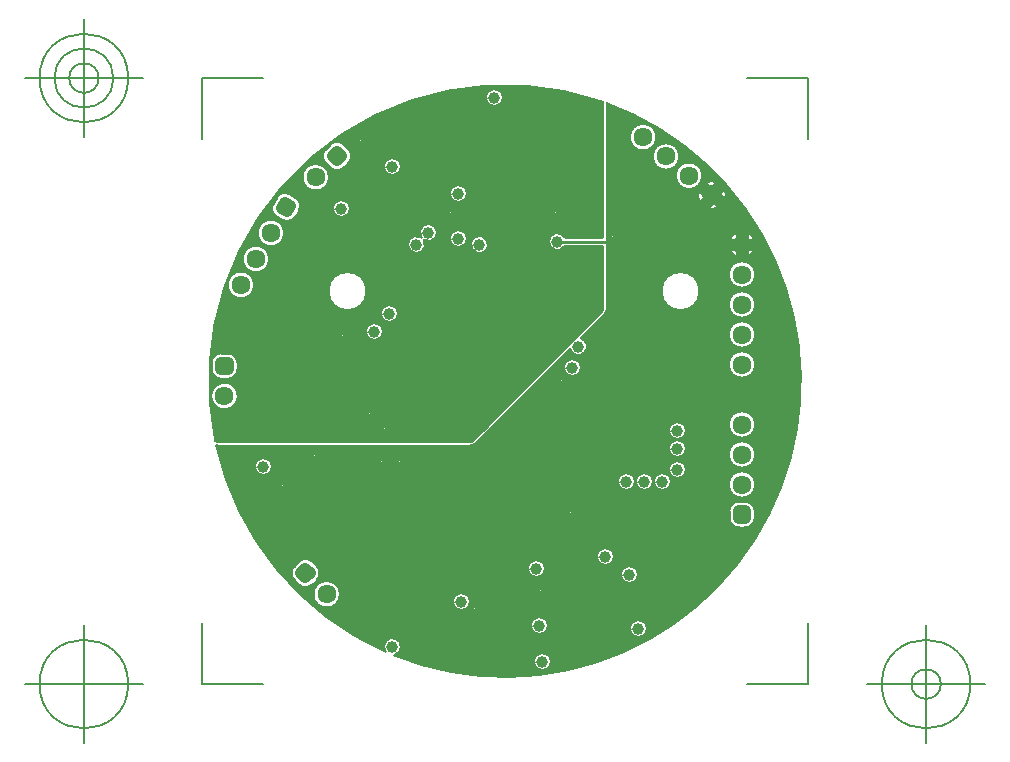
<source format=gbr>
G04 Generated by Ultiboard 13.0 *
%FSLAX25Y25*%
%MOIN*%

%ADD10C,0.00001*%
%ADD11C,0.01000*%
%ADD12C,0.00500*%
%ADD13C,0.03937*%
%ADD14C,0.06334*%
%ADD15R,0.02083X0.02083*%
%ADD16C,0.03917*%
%ADD17P,0.02945X4X15*%
%ADD18P,0.02945X4*%
%ADD19P,0.02945X4X5*%


G04 ColorRGB 0000FF for the following layer *
%LNCopper Bottom*%
%LPD*%
G54D10*
G36*
X97765Y71132D02*
G75*
D01*
G03X168507Y254918I36721J91373*
G01*
X168507Y254918D01*
X168507Y186207D01*
G75*
D01*
G02X168064Y185139I-1507J-1*
G01*
X168064Y185139D01*
X159787Y176862D01*
G75*
D01*
G02X156138Y173213I-787J-2862*
G01*
X156138Y173213D01*
X138389Y155464D01*
X127464Y144540D01*
X124361Y141436D01*
G74*
D01*
G02X123988Y141163I1066J1065*
G01*
G75*
D01*
G02X123289Y140993I-695J1336*
G01*
X123289Y140993D01*
X38401Y140993D01*
G74*
D01*
G03X94407Y72555I96099J21507*
G01*
G75*
D01*
G02X97765Y71132I2593J1445*
G01*
D02*
G37*
%LPC*%
G36*
X128776Y86053D02*
X128776Y86053D01*
X127053Y86053D01*
X127053Y87776D01*
G74*
D01*
G02X128776Y86053I1053J2776*
G01*
D02*
G37*
G36*
X128776Y83947D02*
G74*
D01*
G02X127053Y82224I2776J1053*
G01*
X127053Y82224D01*
X127053Y83947D01*
X128776Y83947D01*
D02*
G37*
G36*
X209702Y155464D02*
G75*
D01*
G02X209702Y155464I3798J2536*
G01*
D02*
G37*
G36*
X193655Y155464D02*
G75*
D01*
G02X193655Y155464I-1655J-2464*
G01*
D02*
G37*
G36*
X98224Y135053D02*
G74*
D01*
G02X99947Y136776I2776J1053*
G01*
X99947Y136776D01*
X99947Y135053D01*
X98224Y135053D01*
D02*
G37*
G36*
X96053Y136776D02*
G74*
D01*
G02X97776Y135053I1053J2776*
G01*
X97776Y135053D01*
X96053Y135053D01*
X96053Y136776D01*
D02*
G37*
G36*
X102053Y136776D02*
G74*
D01*
G02X103776Y135053I1053J2776*
G01*
X103776Y135053D01*
X102053Y135053D01*
X102053Y136776D01*
D02*
G37*
G36*
X92224Y135053D02*
G74*
D01*
G02X93947Y136776I2776J1053*
G01*
X93947Y136776D01*
X93947Y135053D01*
X92224Y135053D01*
D02*
G37*
G36*
X71319Y136000D02*
G75*
D01*
G02X71319Y136000I1181J0*
G01*
D02*
G37*
G36*
X73553Y138776D02*
G74*
D01*
G02X75276Y137053I1053J2776*
G01*
X75276Y137053D01*
X73553Y137053D01*
X73553Y138776D01*
D02*
G37*
G36*
X69724Y137053D02*
G74*
D01*
G02X71447Y138776I2776J1053*
G01*
X71447Y138776D01*
X71447Y137053D01*
X69724Y137053D01*
D02*
G37*
G36*
X99947Y131224D02*
G74*
D01*
G02X98224Y132947I1053J2776*
G01*
X98224Y132947D01*
X99947Y132947D01*
X99947Y131224D01*
D02*
G37*
G36*
X97776Y132947D02*
G74*
D01*
G02X96053Y131224I2776J1053*
G01*
X96053Y131224D01*
X96053Y132947D01*
X97776Y132947D01*
D02*
G37*
G36*
X99819Y134000D02*
G75*
D01*
G02X99819Y134000I1181J0*
G01*
D02*
G37*
G36*
X103776Y132947D02*
G74*
D01*
G02X102053Y131224I2776J1053*
G01*
X102053Y131224D01*
X102053Y132947D01*
X103776Y132947D01*
D02*
G37*
G36*
X93947Y131224D02*
G74*
D01*
G02X92224Y132947I1053J2776*
G01*
X92224Y132947D01*
X93947Y132947D01*
X93947Y131224D01*
D02*
G37*
G36*
X93819Y134000D02*
G75*
D01*
G02X93819Y134000I1181J0*
G01*
D02*
G37*
G36*
X75276Y134947D02*
G74*
D01*
G02X73553Y133224I2776J1053*
G01*
X73553Y133224D01*
X73553Y134947D01*
X75276Y134947D01*
D02*
G37*
G36*
X63053Y128776D02*
G74*
D01*
G02X64776Y127053I1053J2776*
G01*
X64776Y127053D01*
X63053Y127053D01*
X63053Y128776D01*
D02*
G37*
G36*
X71447Y133224D02*
G74*
D01*
G02X69724Y134947I1053J2776*
G01*
X69724Y134947D01*
X71447Y134947D01*
X71447Y133224D01*
D02*
G37*
G36*
X59224Y127053D02*
G74*
D01*
G02X60947Y128776I2776J1053*
G01*
X60947Y128776D01*
X60947Y127053D01*
X59224Y127053D01*
D02*
G37*
G36*
X51031Y134000D02*
G75*
D01*
G02X51031Y134000I2969J0*
G01*
D02*
G37*
G36*
X64776Y124947D02*
G74*
D01*
G02X63053Y123224I2776J1053*
G01*
X63053Y123224D01*
X63053Y124947D01*
X64776Y124947D01*
D02*
G37*
G36*
X60947Y123224D02*
G74*
D01*
G02X59224Y124947I1053J2776*
G01*
X59224Y124947D01*
X60947Y124947D01*
X60947Y123224D01*
D02*
G37*
G36*
X60819Y126000D02*
G75*
D01*
G02X60819Y126000I1181J0*
G01*
D02*
G37*
G36*
X65614Y102359D02*
G75*
D01*
G02X70386Y102359I2386J-2386*
G01*
X70386Y102359D01*
X71859Y100886D01*
G75*
D01*
G02X71859Y96114I-2386J-2386*
G01*
X71859Y96114D01*
X70386Y94641D01*
G75*
D01*
G02X65614Y94641I-2386J2386*
G01*
X65614Y94641D01*
X64141Y96114D01*
G75*
D01*
G02X64141Y100886I2386J2386*
G01*
X64141Y100886D01*
X65614Y102359D01*
D02*
G37*
G36*
X70504Y91429D02*
G75*
D01*
G02X70504Y91429I4567J0*
G01*
D02*
G37*
G36*
X124947Y82224D02*
G74*
D01*
G02X123224Y83947I1053J2776*
G01*
X123224Y83947D01*
X124947Y83947D01*
X124947Y82224D01*
D02*
G37*
G36*
X124819Y85000D02*
G75*
D01*
G02X124819Y85000I1181J0*
G01*
D02*
G37*
G36*
X123224Y86053D02*
G74*
D01*
G02X124947Y87776I2776J1053*
G01*
X124947Y87776D01*
X124947Y86053D01*
X123224Y86053D01*
D02*
G37*
G36*
X117031Y89000D02*
G75*
D01*
G02X117031Y89000I2969J0*
G01*
D02*
G37*
G36*
X154031Y167000D02*
G75*
D01*
G02X154031Y167000I2969J0*
G01*
D02*
G37*
G36*
X156053Y163776D02*
G74*
D01*
G02X157776Y162053I1053J2776*
G01*
X157776Y162053D01*
X156053Y162053D01*
X156053Y163776D01*
D02*
G37*
G36*
X157776Y159947D02*
G74*
D01*
G02X156053Y158224I2776J1053*
G01*
X156053Y158224D01*
X156053Y159947D01*
X157776Y159947D01*
D02*
G37*
G36*
X152224Y162053D02*
G74*
D01*
G02X153947Y163776I2776J1053*
G01*
X153947Y163776D01*
X153947Y162053D01*
X152224Y162053D01*
D02*
G37*
G36*
X153947Y158224D02*
G74*
D01*
G02X152224Y159947I1053J2776*
G01*
X152224Y159947D01*
X153947Y159947D01*
X153947Y158224D01*
D02*
G37*
G36*
X153819Y161000D02*
G75*
D01*
G02X153819Y161000I1181J0*
G01*
D02*
G37*
G36*
X208933Y168000D02*
G75*
D01*
G02X208933Y168000I4567J0*
G01*
D02*
G37*
G36*
X208933Y178000D02*
G75*
D01*
G02X208933Y178000I4567J0*
G01*
D02*
G37*
G36*
X186500Y192500D02*
G75*
D01*
G02X186500Y192500I6500J0*
G01*
D02*
G37*
G36*
X208933Y188000D02*
G75*
D01*
G02X208933Y188000I4567J0*
G01*
D02*
G37*
G36*
X208933Y198000D02*
G75*
D01*
G02X208933Y198000I4567J0*
G01*
D02*
G37*
G36*
X211881Y203730D02*
G74*
D01*
G02X209230Y206381I1619J4270*
G01*
X209230Y206381D01*
X211881Y206381D01*
X211881Y203730D01*
D02*
G37*
G36*
X217770Y206381D02*
G74*
D01*
G02X215119Y203730I4270J1619*
G01*
X215119Y203730D01*
X215119Y206381D01*
X217770Y206381D01*
D02*
G37*
G36*
X173053Y211776D02*
G74*
D01*
G02X174776Y210053I1053J2776*
G01*
X174776Y210053D01*
X173053Y210053D01*
X173053Y211776D01*
D02*
G37*
G36*
X174776Y207947D02*
G74*
D01*
G02X173053Y206224I2776J1053*
G01*
X173053Y206224D01*
X173053Y207947D01*
X174776Y207947D01*
D02*
G37*
G36*
X169224Y210053D02*
G74*
D01*
G02X170947Y211776I2776J1053*
G01*
X170947Y211776D01*
X170947Y210053D01*
X169224Y210053D01*
D02*
G37*
G36*
X170947Y206224D02*
G74*
D01*
G02X169224Y207947I1053J2776*
G01*
X169224Y207947D01*
X170947Y207947D01*
X170947Y206224D01*
D02*
G37*
G36*
X170819Y209000D02*
G75*
D01*
G02X170819Y209000I1181J0*
G01*
D02*
G37*
G36*
X211750Y208000D02*
G75*
D01*
G02X211750Y208000I1750J0*
G01*
D02*
G37*
G36*
X209230Y209619D02*
G74*
D01*
G02X211881Y212270I4270J1619*
G01*
X211881Y212270D01*
X211881Y209619D01*
X209230Y209619D01*
D02*
G37*
G36*
X215119Y212270D02*
G74*
D01*
G02X217770Y209619I1619J4270*
G01*
X217770Y209619D01*
X215119Y209619D01*
X215119Y212270D01*
D02*
G37*
G36*
X202021Y220066D02*
X202021Y220066D01*
X203712Y222081D01*
X205727Y220390D01*
G75*
D01*
G02X202021Y220066I-2098J2643*
G01*
D02*
G37*
G36*
X191273Y230928D02*
G75*
D01*
G02X191273Y230928I4567J0*
G01*
D02*
G37*
G36*
X204979Y228934D02*
X204979Y228934D01*
X203288Y226919D01*
X201273Y228610D01*
G75*
D01*
G02X204979Y228934I2098J-2643*
G01*
D02*
G37*
G36*
X201542Y224500D02*
G75*
D01*
G02X201542Y224500I1958J0*
G01*
D02*
G37*
G36*
X199066Y225979D02*
X199066Y225979D01*
X201081Y224288D01*
X199390Y222273D01*
G75*
D01*
G02X199066Y225979I2643J2098*
G01*
D02*
G37*
G36*
X207934Y223021D02*
X207934Y223021D01*
X205919Y224712D01*
X207610Y226727D01*
G75*
D01*
G02X207934Y223021I-2643J-2098*
G01*
D02*
G37*
G36*
X183612Y237356D02*
G75*
D01*
G02X183612Y237356I4567J0*
G01*
D02*
G37*
G36*
X175952Y243784D02*
G75*
D01*
G02X175952Y243784I4567J0*
G01*
D02*
G37*
G36*
X144031Y69000D02*
G75*
D01*
G02X144031Y69000I2969J0*
G01*
D02*
G37*
G36*
X143031Y81000D02*
G75*
D01*
G02X143031Y81000I2969J0*
G01*
D02*
G37*
G36*
X176031Y80000D02*
G75*
D01*
G02X176031Y80000I2969J0*
G01*
D02*
G37*
G36*
X149053Y93776D02*
G74*
D01*
G02X150776Y92053I1053J2776*
G01*
X150776Y92053D01*
X149053Y92053D01*
X149053Y93776D01*
D02*
G37*
G36*
X150776Y89947D02*
G74*
D01*
G02X149053Y88224I2776J1053*
G01*
X149053Y88224D01*
X149053Y89947D01*
X150776Y89947D01*
D02*
G37*
G36*
X145224Y92053D02*
G74*
D01*
G02X146947Y93776I2776J1053*
G01*
X146947Y93776D01*
X146947Y92053D01*
X145224Y92053D01*
D02*
G37*
G36*
X146947Y88224D02*
G74*
D01*
G02X145224Y89947I1053J2776*
G01*
X145224Y89947D01*
X146947Y89947D01*
X146947Y88224D01*
D02*
G37*
G36*
X146819Y91000D02*
G75*
D01*
G02X146819Y91000I1181J0*
G01*
D02*
G37*
G36*
X142031Y100000D02*
G75*
D01*
G02X142031Y100000I2969J0*
G01*
D02*
G37*
G36*
X165031Y104000D02*
G75*
D01*
G02X165031Y104000I2969J0*
G01*
D02*
G37*
G36*
X173031Y98000D02*
G75*
D01*
G02X173031Y98000I2969J0*
G01*
D02*
G37*
G36*
X155224Y118053D02*
G74*
D01*
G02X156947Y119776I2776J1053*
G01*
X156947Y119776D01*
X156947Y118053D01*
X155224Y118053D01*
D02*
G37*
G36*
X156819Y117000D02*
G75*
D01*
G02X156819Y117000I1181J0*
G01*
D02*
G37*
G36*
X156947Y114224D02*
G74*
D01*
G02X155224Y115947I1053J2776*
G01*
X155224Y115947D01*
X156947Y115947D01*
X156947Y114224D01*
D02*
G37*
G36*
X159053Y119776D02*
G74*
D01*
G02X160776Y118053I1053J2776*
G01*
X160776Y118053D01*
X159053Y118053D01*
X159053Y119776D01*
D02*
G37*
G36*
X160776Y115947D02*
G74*
D01*
G02X159053Y114224I2776J1053*
G01*
X159053Y114224D01*
X159053Y115947D01*
X160776Y115947D01*
D02*
G37*
G36*
X212458Y113584D02*
G75*
D01*
G02X209084Y116959I1J3375*
G01*
X209084Y116959D01*
X209084Y119042D01*
G75*
D01*
G02X212458Y122416I3374J0*
G01*
X212458Y122416D01*
X214542Y122416D01*
G74*
D01*
G02X217916Y119042I0J3374*
G01*
X217916Y119042D01*
X217916Y116959D01*
G75*
D01*
G02X214542Y113584I-3374J-1*
G01*
X214542Y113584D01*
X212458Y113584D01*
D02*
G37*
G36*
X208933Y128000D02*
G75*
D01*
G02X208933Y128000I4567J0*
G01*
D02*
G37*
G36*
X172031Y129000D02*
G75*
D01*
G02X172031Y129000I2969J0*
G01*
D02*
G37*
G36*
X178031Y129000D02*
G75*
D01*
G02X178031Y129000I2969J0*
G01*
D02*
G37*
G36*
X184031Y129000D02*
G75*
D01*
G02X184031Y129000I2969J0*
G01*
D02*
G37*
G36*
X189031Y133000D02*
G75*
D01*
G02X189031Y133000I2969J0*
G01*
D02*
G37*
G36*
X208933Y138000D02*
G75*
D01*
G02X208933Y138000I4567J0*
G01*
D02*
G37*
G36*
X189031Y140000D02*
G75*
D01*
G02X189031Y140000I2969J0*
G01*
D02*
G37*
G36*
X189031Y146000D02*
G75*
D01*
G02X189031Y146000I2969J0*
G01*
D02*
G37*
G36*
X208933Y148000D02*
G75*
D01*
G02X208933Y148000I4567J0*
G01*
D02*
G37*
%LPD*%
G36*
X154557Y207493D02*
X154557Y207493D01*
X167000Y207493D01*
X167000Y186207D01*
X136257Y155464D01*
X127464Y146671D01*
X123293Y142500D01*
X97601Y142500D01*
G74*
D01*
G03X98776Y143947I1600J2500*
G01*
X98776Y143947D01*
X97053Y143947D01*
X97053Y142500D01*
X94947Y142500D01*
X94947Y143947D01*
X93224Y143947D01*
G74*
D01*
G03X94399Y142500I2776J1053*
G01*
X94399Y142500D01*
X38076Y142500D01*
G75*
D01*
G02X167000Y255459I96424J20001*
G01*
X167000Y255459D01*
X167000Y210507D01*
X154557Y210507D01*
G75*
D01*
G03X154557Y207493I-2557J-1507*
G01*
D02*
G37*
%LPC*%
G36*
X158188Y249953D02*
G75*
D01*
G03X158188Y249953I2812J-953*
G01*
D02*
G37*
G36*
X36912Y155464D02*
G75*
D01*
G03X36912Y155464I4088J2036*
G01*
D02*
G37*
G36*
X127464Y205418D02*
G75*
D01*
G03X127464Y205418I-1464J2582*
G01*
D02*
G37*
G36*
X128031Y257000D02*
G75*
D01*
G03X128031Y257000I2969J0*
G01*
D02*
G37*
G36*
X92053Y152776D02*
X92053Y152776D01*
X92053Y151053D01*
X93776Y151053D01*
G74*
D01*
G03X92053Y152776I2776J1053*
G01*
D02*
G37*
G36*
X89819Y150000D02*
G75*
D01*
G03X89819Y150000I1181J0*
G01*
D02*
G37*
G36*
X93224Y146053D02*
X93224Y146053D01*
X94947Y146053D01*
X94947Y147776D01*
G74*
D01*
G03X93224Y146053I1053J2776*
G01*
D02*
G37*
G36*
X93776Y148947D02*
X93776Y148947D01*
X92053Y148947D01*
X92053Y147224D01*
G74*
D01*
G03X93776Y148947I1053J2776*
G01*
D02*
G37*
G36*
X89947Y147224D02*
X89947Y147224D01*
X89947Y148947D01*
X88224Y148947D01*
G74*
D01*
G03X89947Y147224I2776J1053*
G01*
D02*
G37*
G36*
X97053Y147776D02*
X97053Y147776D01*
X97053Y146053D01*
X98776Y146053D01*
G74*
D01*
G03X97053Y147776I2776J1053*
G01*
D02*
G37*
G36*
X94819Y145000D02*
G75*
D01*
G03X94819Y145000I1181J0*
G01*
D02*
G37*
G36*
X88224Y151053D02*
X88224Y151053D01*
X89947Y151053D01*
X89947Y152776D01*
G74*
D01*
G03X88224Y151053I1053J2776*
G01*
D02*
G37*
G36*
X150224Y218053D02*
X150224Y218053D01*
X151947Y218053D01*
X151947Y219776D01*
G74*
D01*
G03X150224Y218053I1053J2776*
G01*
D02*
G37*
G36*
X154053Y219776D02*
X154053Y219776D01*
X154053Y218053D01*
X155776Y218053D01*
G74*
D01*
G03X154053Y219776I2776J1053*
G01*
D02*
G37*
G36*
X155776Y215947D02*
X155776Y215947D01*
X154053Y215947D01*
X154053Y214224D01*
G74*
D01*
G03X155776Y215947I1053J2776*
G01*
D02*
G37*
G36*
X151947Y214224D02*
X151947Y214224D01*
X151947Y215947D01*
X150224Y215947D01*
G74*
D01*
G03X151947Y214224I2776J1053*
G01*
D02*
G37*
G36*
X151819Y217000D02*
G75*
D01*
G03X151819Y217000I1181J0*
G01*
D02*
G37*
G36*
X86819Y241000D02*
G75*
D01*
G03X86819Y241000I1181J0*
G01*
D02*
G37*
G36*
X42042Y171916D02*
X42042Y171916D01*
X39959Y171916D01*
G75*
D01*
G03X36584Y168542I-1J-3374*
G01*
X36584Y168542D01*
X36584Y166459D01*
G75*
D01*
G03X39959Y163084I3375J0*
G01*
X39959Y163084D01*
X42042Y163084D01*
G75*
D01*
G03X45416Y166459I-1J3375*
G01*
X45416Y166459D01*
X45416Y168542D01*
G74*
D01*
G03X42042Y171916I3374J0*
G01*
D02*
G37*
G36*
X84776Y174947D02*
X84776Y174947D01*
X83053Y174947D01*
X83053Y173224D01*
G74*
D01*
G03X84776Y174947I1053J2776*
G01*
D02*
G37*
G36*
X80947Y173224D02*
X80947Y173224D01*
X80947Y174947D01*
X79224Y174947D01*
G74*
D01*
G03X80947Y173224I2776J1053*
G01*
D02*
G37*
G36*
X79224Y177053D02*
X79224Y177053D01*
X80947Y177053D01*
X80947Y178776D01*
G74*
D01*
G03X79224Y177053I1053J2776*
G01*
D02*
G37*
G36*
X83053Y178776D02*
X83053Y178776D01*
X83053Y177053D01*
X84776Y177053D01*
G74*
D01*
G03X83053Y178776I2776J1053*
G01*
D02*
G37*
G36*
X80819Y176000D02*
G75*
D01*
G03X80819Y176000I1181J0*
G01*
D02*
G37*
G36*
X88031Y179000D02*
G75*
D01*
G03X88031Y179000I2969J0*
G01*
D02*
G37*
G36*
X75500Y192500D02*
G75*
D01*
G03X75500Y192500I6500J0*
G01*
D02*
G37*
G36*
X93031Y185000D02*
G75*
D01*
G03X93031Y185000I2969J0*
G01*
D02*
G37*
G36*
X41933Y194543D02*
G75*
D01*
G03X41933Y194543I4567J0*
G01*
D02*
G37*
G36*
X46933Y203203D02*
G75*
D01*
G03X46933Y203203I4567J0*
G01*
D02*
G37*
G36*
X51933Y211863D02*
G75*
D01*
G03X51933Y211863I4567J0*
G01*
D02*
G37*
G36*
X106363Y210637D02*
G75*
D01*
G03X107637Y209363I-1363J-2637*
G01*
G75*
D01*
G03X106363Y210637I1363J2637*
G01*
D02*
G37*
G36*
X116031Y210000D02*
G75*
D01*
G03X116031Y210000I2969J0*
G01*
D02*
G37*
G36*
X64610Y223827D02*
X64610Y223827D01*
X62806Y224869D01*
G75*
D01*
G03X58196Y223634I-1688J-2922*
G01*
X58196Y223634D01*
X57155Y221830D01*
G75*
D01*
G03X58390Y217220I2922J-1688*
G01*
X58390Y217220D01*
X60194Y216178D01*
G75*
D01*
G03X64804Y217413I1688J2922*
G01*
X64804Y217413D01*
X65845Y219217D01*
G75*
D01*
G03X64610Y223827I-2922J1688*
G01*
D02*
G37*
G36*
X77031Y220000D02*
G75*
D01*
G03X77031Y220000I2969J0*
G01*
D02*
G37*
G36*
X116819Y217000D02*
G75*
D01*
G03X116819Y217000I1181J0*
G01*
D02*
G37*
G36*
X115224Y218053D02*
X115224Y218053D01*
X116947Y218053D01*
X116947Y219776D01*
G74*
D01*
G03X115224Y218053I1053J2776*
G01*
D02*
G37*
G36*
X116947Y214224D02*
X116947Y214224D01*
X116947Y215947D01*
X115224Y215947D01*
G74*
D01*
G03X116947Y214224I2776J1053*
G01*
D02*
G37*
G36*
X119053Y219776D02*
X119053Y219776D01*
X119053Y218053D01*
X120776Y218053D01*
G74*
D01*
G03X119053Y219776I2776J1053*
G01*
D02*
G37*
G36*
X120776Y215947D02*
X120776Y215947D01*
X119053Y215947D01*
X119053Y214224D01*
G74*
D01*
G03X120776Y215947I1053J2776*
G01*
D02*
G37*
G36*
X66862Y230429D02*
G75*
D01*
G03X66862Y230429I4567J0*
G01*
D02*
G37*
G36*
X116031Y225000D02*
G75*
D01*
G03X116031Y225000I2969J0*
G01*
D02*
G37*
G36*
X82359Y239886D02*
X82359Y239886D01*
X80886Y241359D01*
G75*
D01*
G03X76114Y241359I-2386J-2386*
G01*
X76114Y241359D01*
X74641Y239886D01*
G75*
D01*
G03X74641Y235114I2386J-2386*
G01*
X74641Y235114D01*
X76114Y233641D01*
G75*
D01*
G03X80886Y233641I2386J2386*
G01*
X80886Y233641D01*
X82359Y235114D01*
G75*
D01*
G03X82359Y239886I-2386J2386*
G01*
D02*
G37*
G36*
X94031Y234000D02*
G75*
D01*
G03X94031Y234000I2969J0*
G01*
D02*
G37*
G36*
X85224Y242053D02*
X85224Y242053D01*
X86947Y242053D01*
X86947Y243776D01*
G74*
D01*
G03X85224Y242053I1053J2776*
G01*
D02*
G37*
G36*
X86947Y238224D02*
X86947Y238224D01*
X86947Y239947D01*
X85224Y239947D01*
G74*
D01*
G03X86947Y238224I2776J1053*
G01*
D02*
G37*
G36*
X89053Y243776D02*
X89053Y243776D01*
X89053Y242053D01*
X90776Y242053D01*
G74*
D01*
G03X89053Y243776I2776J1053*
G01*
D02*
G37*
G36*
X90776Y239947D02*
X90776Y239947D01*
X89053Y239947D01*
X89053Y238224D01*
G74*
D01*
G03X90776Y239947I1053J2776*
G01*
D02*
G37*
%LPD*%
G54D11*
X128776Y86053D02*
X127053Y86053D01*
X127053Y87776D01*
G74*
D01*
G02X128776Y86053I1053J2776*
G01*
X128776Y83947D02*
G74*
D01*
G02X127053Y82224I2776J1053*
G01*
X127053Y83947D01*
X128776Y83947D01*
X209702Y155464D02*
G75*
D01*
G02X209702Y155464I3798J2536*
G01*
X193655Y155464D02*
G75*
D01*
G02X193655Y155464I-1655J-2464*
G01*
X98224Y135053D02*
G74*
D01*
G02X99947Y136776I2776J1053*
G01*
X99947Y135053D01*
X98224Y135053D01*
X96053Y136776D02*
G74*
D01*
G02X97776Y135053I1053J2776*
G01*
X96053Y135053D01*
X96053Y136776D01*
X102053Y136776D02*
G74*
D01*
G02X103776Y135053I1053J2776*
G01*
X102053Y135053D01*
X102053Y136776D01*
X92224Y135053D02*
G74*
D01*
G02X93947Y136776I2776J1053*
G01*
X93947Y135053D01*
X92224Y135053D01*
X71319Y136000D02*
G75*
D01*
G02X71319Y136000I1181J0*
G01*
X73553Y138776D02*
G74*
D01*
G02X75276Y137053I1053J2776*
G01*
X73553Y137053D01*
X73553Y138776D01*
X69724Y137053D02*
G74*
D01*
G02X71447Y138776I2776J1053*
G01*
X71447Y137053D01*
X69724Y137053D01*
X99947Y131224D02*
G74*
D01*
G02X98224Y132947I1053J2776*
G01*
X99947Y132947D01*
X99947Y131224D01*
X97776Y132947D02*
G74*
D01*
G02X96053Y131224I2776J1053*
G01*
X96053Y132947D01*
X97776Y132947D01*
X99819Y134000D02*
G75*
D01*
G02X99819Y134000I1181J0*
G01*
X103776Y132947D02*
G74*
D01*
G02X102053Y131224I2776J1053*
G01*
X102053Y132947D01*
X103776Y132947D01*
X93947Y131224D02*
G74*
D01*
G02X92224Y132947I1053J2776*
G01*
X93947Y132947D01*
X93947Y131224D01*
X93819Y134000D02*
G75*
D01*
G02X93819Y134000I1181J0*
G01*
X75276Y134947D02*
G74*
D01*
G02X73553Y133224I2776J1053*
G01*
X73553Y134947D01*
X75276Y134947D01*
X63053Y128776D02*
G74*
D01*
G02X64776Y127053I1053J2776*
G01*
X63053Y127053D01*
X63053Y128776D01*
X71447Y133224D02*
G74*
D01*
G02X69724Y134947I1053J2776*
G01*
X71447Y134947D01*
X71447Y133224D01*
X59224Y127053D02*
G74*
D01*
G02X60947Y128776I2776J1053*
G01*
X60947Y127053D01*
X59224Y127053D01*
X51031Y134000D02*
G75*
D01*
G02X51031Y134000I2969J0*
G01*
X64776Y124947D02*
G74*
D01*
G02X63053Y123224I2776J1053*
G01*
X63053Y124947D01*
X64776Y124947D01*
X60947Y123224D02*
G74*
D01*
G02X59224Y124947I1053J2776*
G01*
X60947Y124947D01*
X60947Y123224D01*
X60819Y126000D02*
G75*
D01*
G02X60819Y126000I1181J0*
G01*
X65614Y102359D02*
G75*
D01*
G02X70386Y102359I2386J-2386*
G01*
X71859Y100886D01*
G75*
D01*
G02X71859Y96114I-2386J-2386*
G01*
X70386Y94641D01*
G75*
D01*
G02X65614Y94641I-2386J2386*
G01*
X64141Y96114D01*
G75*
D01*
G02X64141Y100886I2386J2386*
G01*
X65614Y102359D01*
X70504Y91429D02*
G75*
D01*
G02X70504Y91429I4567J0*
G01*
X124947Y82224D02*
G74*
D01*
G02X123224Y83947I1053J2776*
G01*
X124947Y83947D01*
X124947Y82224D01*
X124819Y85000D02*
G75*
D01*
G02X124819Y85000I1181J0*
G01*
X123224Y86053D02*
G74*
D01*
G02X124947Y87776I2776J1053*
G01*
X124947Y86053D01*
X123224Y86053D01*
X117031Y89000D02*
G75*
D01*
G02X117031Y89000I2969J0*
G01*
X154031Y167000D02*
G75*
D01*
G02X154031Y167000I2969J0*
G01*
X156053Y163776D02*
G74*
D01*
G02X157776Y162053I1053J2776*
G01*
X156053Y162053D01*
X156053Y163776D01*
X157776Y159947D02*
G74*
D01*
G02X156053Y158224I2776J1053*
G01*
X156053Y159947D01*
X157776Y159947D01*
X152224Y162053D02*
G74*
D01*
G02X153947Y163776I2776J1053*
G01*
X153947Y162053D01*
X152224Y162053D01*
X153947Y158224D02*
G74*
D01*
G02X152224Y159947I1053J2776*
G01*
X153947Y159947D01*
X153947Y158224D01*
X153819Y161000D02*
G75*
D01*
G02X153819Y161000I1181J0*
G01*
X208933Y168000D02*
G75*
D01*
G02X208933Y168000I4567J0*
G01*
X208933Y178000D02*
G75*
D01*
G02X208933Y178000I4567J0*
G01*
X186500Y192500D02*
G75*
D01*
G02X186500Y192500I6500J0*
G01*
X208933Y188000D02*
G75*
D01*
G02X208933Y188000I4567J0*
G01*
X208933Y198000D02*
G75*
D01*
G02X208933Y198000I4567J0*
G01*
X211881Y203730D02*
G74*
D01*
G02X209230Y206381I1619J4270*
G01*
X211881Y206381D01*
X211881Y203730D01*
X217770Y206381D02*
G74*
D01*
G02X215119Y203730I4270J1619*
G01*
X215119Y206381D01*
X217770Y206381D01*
X173053Y211776D02*
G74*
D01*
G02X174776Y210053I1053J2776*
G01*
X173053Y210053D01*
X173053Y211776D01*
X174776Y207947D02*
G74*
D01*
G02X173053Y206224I2776J1053*
G01*
X173053Y207947D01*
X174776Y207947D01*
X169224Y210053D02*
G74*
D01*
G02X170947Y211776I2776J1053*
G01*
X170947Y210053D01*
X169224Y210053D01*
X170947Y206224D02*
G74*
D01*
G02X169224Y207947I1053J2776*
G01*
X170947Y207947D01*
X170947Y206224D01*
X170819Y209000D02*
G75*
D01*
G02X170819Y209000I1181J0*
G01*
X211750Y208000D02*
G75*
D01*
G02X211750Y208000I1750J0*
G01*
X209230Y209619D02*
G74*
D01*
G02X211881Y212270I4270J1619*
G01*
X211881Y209619D01*
X209230Y209619D01*
X215119Y212270D02*
G74*
D01*
G02X217770Y209619I1619J4270*
G01*
X215119Y209619D01*
X215119Y212270D01*
X202021Y220066D02*
X203712Y222081D01*
X205727Y220390D01*
G75*
D01*
G02X202021Y220066I-2098J2643*
G01*
X191273Y230928D02*
G75*
D01*
G02X191273Y230928I4567J0*
G01*
X204979Y228934D02*
X203288Y226919D01*
X201273Y228610D01*
G75*
D01*
G02X204979Y228934I2098J-2643*
G01*
X201542Y224500D02*
G75*
D01*
G02X201542Y224500I1958J0*
G01*
X199066Y225979D02*
X201081Y224288D01*
X199390Y222273D01*
G75*
D01*
G02X199066Y225979I2643J2098*
G01*
X207934Y223021D02*
X205919Y224712D01*
X207610Y226727D01*
G75*
D01*
G02X207934Y223021I-2643J-2098*
G01*
X183612Y237356D02*
G75*
D01*
G02X183612Y237356I4567J0*
G01*
X175952Y243784D02*
G75*
D01*
G02X175952Y243784I4567J0*
G01*
X144031Y69000D02*
G75*
D01*
G02X144031Y69000I2969J0*
G01*
X143031Y81000D02*
G75*
D01*
G02X143031Y81000I2969J0*
G01*
X176031Y80000D02*
G75*
D01*
G02X176031Y80000I2969J0*
G01*
X149053Y93776D02*
G74*
D01*
G02X150776Y92053I1053J2776*
G01*
X149053Y92053D01*
X149053Y93776D01*
X150776Y89947D02*
G74*
D01*
G02X149053Y88224I2776J1053*
G01*
X149053Y89947D01*
X150776Y89947D01*
X145224Y92053D02*
G74*
D01*
G02X146947Y93776I2776J1053*
G01*
X146947Y92053D01*
X145224Y92053D01*
X146947Y88224D02*
G74*
D01*
G02X145224Y89947I1053J2776*
G01*
X146947Y89947D01*
X146947Y88224D01*
X146819Y91000D02*
G75*
D01*
G02X146819Y91000I1181J0*
G01*
X142031Y100000D02*
G75*
D01*
G02X142031Y100000I2969J0*
G01*
X165031Y104000D02*
G75*
D01*
G02X165031Y104000I2969J0*
G01*
X173031Y98000D02*
G75*
D01*
G02X173031Y98000I2969J0*
G01*
X155224Y118053D02*
G74*
D01*
G02X156947Y119776I2776J1053*
G01*
X156947Y118053D01*
X155224Y118053D01*
X156819Y117000D02*
G75*
D01*
G02X156819Y117000I1181J0*
G01*
X156947Y114224D02*
G74*
D01*
G02X155224Y115947I1053J2776*
G01*
X156947Y115947D01*
X156947Y114224D01*
X159053Y119776D02*
G74*
D01*
G02X160776Y118053I1053J2776*
G01*
X159053Y118053D01*
X159053Y119776D01*
X160776Y115947D02*
G74*
D01*
G02X159053Y114224I2776J1053*
G01*
X159053Y115947D01*
X160776Y115947D01*
X212458Y113584D02*
G75*
D01*
G02X209084Y116959I1J3375*
G01*
X209084Y119042D01*
G75*
D01*
G02X212458Y122416I3374J0*
G01*
X214542Y122416D01*
G74*
D01*
G02X217916Y119042I0J3374*
G01*
X217916Y116959D01*
G75*
D01*
G02X214542Y113584I-3374J-1*
G01*
X212458Y113584D01*
X208933Y128000D02*
G75*
D01*
G02X208933Y128000I4567J0*
G01*
X172031Y129000D02*
G75*
D01*
G02X172031Y129000I2969J0*
G01*
X178031Y129000D02*
G75*
D01*
G02X178031Y129000I2969J0*
G01*
X184031Y129000D02*
G75*
D01*
G02X184031Y129000I2969J0*
G01*
X189031Y133000D02*
G75*
D01*
G02X189031Y133000I2969J0*
G01*
X208933Y138000D02*
G75*
D01*
G02X208933Y138000I4567J0*
G01*
X189031Y140000D02*
G75*
D01*
G02X189031Y140000I2969J0*
G01*
X189031Y146000D02*
G75*
D01*
G02X189031Y146000I2969J0*
G01*
X208933Y148000D02*
G75*
D01*
G02X208933Y148000I4567J0*
G01*
X97765Y71132D02*
G75*
D01*
G03X168507Y254918I36721J91373*
G01*
X168507Y186207D01*
G75*
D01*
G02X168064Y185139I-1507J-1*
G01*
X159787Y176862D01*
G75*
D01*
G02X156138Y173213I-787J-2862*
G01*
X138389Y155464D01*
X127464Y144540D01*
X124361Y141436D01*
G74*
D01*
G02X123988Y141163I1066J1065*
G01*
G75*
D01*
G02X123289Y140993I-695J1336*
G01*
X38401Y140993D01*
G74*
D01*
G03X94407Y72555I96099J21507*
G01*
G75*
D01*
G02X97765Y71132I2593J1445*
G01*
X158188Y249953D02*
G75*
D01*
G03X158188Y249953I2812J-953*
G01*
X36912Y155464D02*
G75*
D01*
G03X36912Y155464I4088J2036*
G01*
X127464Y205418D02*
G75*
D01*
G03X127464Y205418I-1464J2582*
G01*
X128031Y257000D02*
G75*
D01*
G03X128031Y257000I2969J0*
G01*
X92053Y152776D02*
X92053Y151053D01*
X93776Y151053D01*
G74*
D01*
G03X92053Y152776I2776J1053*
G01*
X89819Y150000D02*
G75*
D01*
G03X89819Y150000I1181J0*
G01*
X93224Y146053D02*
X94947Y146053D01*
X94947Y147776D01*
G74*
D01*
G03X93224Y146053I1053J2776*
G01*
X93776Y148947D02*
X92053Y148947D01*
X92053Y147224D01*
G74*
D01*
G03X93776Y148947I1053J2776*
G01*
X89947Y147224D02*
X89947Y148947D01*
X88224Y148947D01*
G74*
D01*
G03X89947Y147224I2776J1053*
G01*
X97053Y147776D02*
X97053Y146053D01*
X98776Y146053D01*
G74*
D01*
G03X97053Y147776I2776J1053*
G01*
X94819Y145000D02*
G75*
D01*
G03X94819Y145000I1181J0*
G01*
X88224Y151053D02*
X89947Y151053D01*
X89947Y152776D01*
G74*
D01*
G03X88224Y151053I1053J2776*
G01*
X150224Y218053D02*
X151947Y218053D01*
X151947Y219776D01*
G74*
D01*
G03X150224Y218053I1053J2776*
G01*
X154053Y219776D02*
X154053Y218053D01*
X155776Y218053D01*
G74*
D01*
G03X154053Y219776I2776J1053*
G01*
X155776Y215947D02*
X154053Y215947D01*
X154053Y214224D01*
G74*
D01*
G03X155776Y215947I1053J2776*
G01*
X151947Y214224D02*
X151947Y215947D01*
X150224Y215947D01*
G74*
D01*
G03X151947Y214224I2776J1053*
G01*
X151819Y217000D02*
G75*
D01*
G03X151819Y217000I1181J0*
G01*
X86819Y241000D02*
G75*
D01*
G03X86819Y241000I1181J0*
G01*
X42042Y171916D02*
X39959Y171916D01*
G75*
D01*
G03X36584Y168542I-1J-3374*
G01*
X36584Y166459D01*
G75*
D01*
G03X39959Y163084I3375J0*
G01*
X42042Y163084D01*
G75*
D01*
G03X45416Y166459I-1J3375*
G01*
X45416Y168542D01*
G74*
D01*
G03X42042Y171916I3374J0*
G01*
X84776Y174947D02*
X83053Y174947D01*
X83053Y173224D01*
G74*
D01*
G03X84776Y174947I1053J2776*
G01*
X80947Y173224D02*
X80947Y174947D01*
X79224Y174947D01*
G74*
D01*
G03X80947Y173224I2776J1053*
G01*
X79224Y177053D02*
X80947Y177053D01*
X80947Y178776D01*
G74*
D01*
G03X79224Y177053I1053J2776*
G01*
X83053Y178776D02*
X83053Y177053D01*
X84776Y177053D01*
G74*
D01*
G03X83053Y178776I2776J1053*
G01*
X80819Y176000D02*
G75*
D01*
G03X80819Y176000I1181J0*
G01*
X88031Y179000D02*
G75*
D01*
G03X88031Y179000I2969J0*
G01*
X75500Y192500D02*
G75*
D01*
G03X75500Y192500I6500J0*
G01*
X93031Y185000D02*
G75*
D01*
G03X93031Y185000I2969J0*
G01*
X41933Y194543D02*
G75*
D01*
G03X41933Y194543I4567J0*
G01*
X46933Y203203D02*
G75*
D01*
G03X46933Y203203I4567J0*
G01*
X51933Y211863D02*
G75*
D01*
G03X51933Y211863I4567J0*
G01*
X106363Y210637D02*
G75*
D01*
G03X107637Y209363I-1363J-2637*
G01*
G75*
D01*
G03X106363Y210637I1363J2637*
G01*
X116031Y210000D02*
G75*
D01*
G03X116031Y210000I2969J0*
G01*
X64610Y223827D02*
X62806Y224869D01*
G75*
D01*
G03X58196Y223634I-1688J-2922*
G01*
X57155Y221830D01*
G75*
D01*
G03X58390Y217220I2922J-1688*
G01*
X60194Y216178D01*
G75*
D01*
G03X64804Y217413I1688J2922*
G01*
X65845Y219217D01*
G75*
D01*
G03X64610Y223827I-2922J1688*
G01*
X77031Y220000D02*
G75*
D01*
G03X77031Y220000I2969J0*
G01*
X116819Y217000D02*
G75*
D01*
G03X116819Y217000I1181J0*
G01*
X115224Y218053D02*
X116947Y218053D01*
X116947Y219776D01*
G74*
D01*
G03X115224Y218053I1053J2776*
G01*
X116947Y214224D02*
X116947Y215947D01*
X115224Y215947D01*
G74*
D01*
G03X116947Y214224I2776J1053*
G01*
X119053Y219776D02*
X119053Y218053D01*
X120776Y218053D01*
G74*
D01*
G03X119053Y219776I2776J1053*
G01*
X120776Y215947D02*
X119053Y215947D01*
X119053Y214224D01*
G74*
D01*
G03X120776Y215947I1053J2776*
G01*
X66862Y230429D02*
G75*
D01*
G03X66862Y230429I4567J0*
G01*
X116031Y225000D02*
G75*
D01*
G03X116031Y225000I2969J0*
G01*
X82359Y239886D02*
X80886Y241359D01*
G75*
D01*
G03X76114Y241359I-2386J-2386*
G01*
X74641Y239886D01*
G75*
D01*
G03X74641Y235114I2386J-2386*
G01*
X76114Y233641D01*
G75*
D01*
G03X80886Y233641I2386J2386*
G01*
X82359Y235114D01*
G75*
D01*
G03X82359Y239886I-2386J2386*
G01*
X94031Y234000D02*
G75*
D01*
G03X94031Y234000I2969J0*
G01*
X85224Y242053D02*
X86947Y242053D01*
X86947Y243776D01*
G74*
D01*
G03X85224Y242053I1053J2776*
G01*
X86947Y238224D02*
X86947Y239947D01*
X85224Y239947D01*
G74*
D01*
G03X86947Y238224I2776J1053*
G01*
X89053Y243776D02*
X89053Y242053D01*
X90776Y242053D01*
G74*
D01*
G03X89053Y243776I2776J1053*
G01*
X90776Y239947D02*
X89053Y239947D01*
X89053Y238224D01*
G74*
D01*
G03X90776Y239947I1053J2776*
G01*
X154557Y207493D02*
X167000Y207493D01*
X167000Y186207D01*
X136257Y155464D01*
X127464Y146671D01*
X123293Y142500D01*
X97601Y142500D01*
G74*
D01*
G03X98776Y143947I1600J2500*
G01*
X97053Y143947D01*
X97053Y142500D01*
X94947Y142500D01*
X94947Y143947D01*
X93224Y143947D01*
G74*
D01*
G03X94399Y142500I2776J1053*
G01*
X38076Y142500D01*
G75*
D01*
G02X167000Y255459I96424J20001*
G01*
X167000Y210507D01*
X154557Y210507D01*
G75*
D01*
G03X154557Y207493I-2557J-1507*
G01*
X152000Y209000D02*
X172000Y209000D01*
G54D12*
X33500Y61500D02*
X33500Y81700D01*
X33500Y61500D02*
X53700Y61500D01*
X235500Y61500D02*
X215300Y61500D01*
X235500Y61500D02*
X235500Y81700D01*
X235500Y263500D02*
X235500Y243300D01*
X235500Y263500D02*
X215300Y263500D01*
X33500Y263500D02*
X53700Y263500D01*
X33500Y263500D02*
X33500Y243300D01*
X13815Y61500D02*
X-25555Y61500D01*
X-5870Y41815D02*
X-5870Y81185D01*
X-20634Y61500D02*
G75*
D01*
G02X-20634Y61500I14764J0*
G01*
X255185Y61500D02*
X294555Y61500D01*
X274870Y41815D02*
X274870Y81185D01*
X260106Y61500D02*
G75*
D01*
G02X260106Y61500I14764J0*
G01*
X269949Y61500D02*
G75*
D01*
G02X269949Y61500I4921J0*
G01*
X13815Y263500D02*
X-25555Y263500D01*
X-5870Y243815D02*
X-5870Y283185D01*
X-20634Y263500D02*
G75*
D01*
G02X-20634Y263500I14764J0*
G01*
X-15713Y263500D02*
G75*
D01*
G02X-15713Y263500I9843J0*
G01*
X-10791Y263500D02*
G75*
D01*
G02X-10791Y263500I4921J0*
G01*
G54D13*
X118000Y217000D03*
X119000Y225000D03*
X172000Y209000D03*
X62000Y126000D03*
X91000Y150000D03*
X95000Y134000D03*
X82000Y176000D03*
X54000Y134000D03*
X153000Y217000D03*
X88000Y241000D03*
X119000Y210000D03*
X109000Y212000D03*
X105000Y208000D03*
X96000Y185000D03*
X91000Y179000D03*
X158000Y117000D03*
X148000Y91000D03*
X147000Y69000D03*
X179000Y80000D03*
X176000Y98000D03*
X146000Y81000D03*
X120000Y89000D03*
X168000Y104000D03*
X126000Y85000D03*
X145000Y100000D03*
X97000Y74000D03*
X159000Y174000D03*
X157000Y167000D03*
X152000Y209000D03*
X155000Y161000D03*
X131000Y257000D03*
X161000Y249000D03*
X126000Y208000D03*
X97000Y234000D03*
X80000Y220000D03*
X192000Y153000D03*
X192000Y146000D03*
X192000Y140000D03*
X192000Y133000D03*
X187000Y129000D03*
X181000Y129000D03*
X175000Y129000D03*
X101000Y134000D03*
X96000Y145000D03*
X72500Y136000D03*
G54D14*
X41000Y157500D03*
X46500Y194543D03*
X51500Y203203D03*
X56500Y211863D03*
X71429Y230429D03*
X75071Y91429D03*
X188179Y237356D03*
X180519Y243784D03*
X195840Y230928D03*
X213500Y128000D03*
X213500Y138000D03*
X213500Y178000D03*
X213500Y148000D03*
X213500Y158000D03*
X213500Y168000D03*
X213500Y208000D03*
X213500Y198000D03*
X213500Y188000D03*
G54D15*
X41000Y167500D03*
X213500Y118000D03*
G54D16*
X39959Y166459D02*
X42041Y166459D01*
X42041Y168541D01*
X39959Y168541D01*
X39959Y166459D01*D02*
X61119Y221946D02*
X60077Y220142D01*
X61881Y219101D01*
X62923Y220905D01*
X61119Y221946D01*D02*
X78500Y238973D02*
X77027Y237500D01*
X78500Y236027D01*
X79973Y237500D01*
X78500Y238973D01*D02*
X66527Y98500D02*
X68000Y97027D01*
X69473Y98500D01*
X68000Y99973D01*
X66527Y98500D01*D02*
X204967Y224628D02*
X203372Y225967D01*
X202033Y224372D01*
X203628Y223033D01*
X204967Y224628D01*D02*
X212459Y116959D02*
X214541Y116959D01*
X214541Y119041D01*
X212459Y119041D01*
X212459Y116959D01*D02*
G54D17*
X61500Y220523D03*
G54D18*
X78500Y237500D03*
X68000Y98500D03*
G54D19*
X203500Y224500D03*

M02*

</source>
